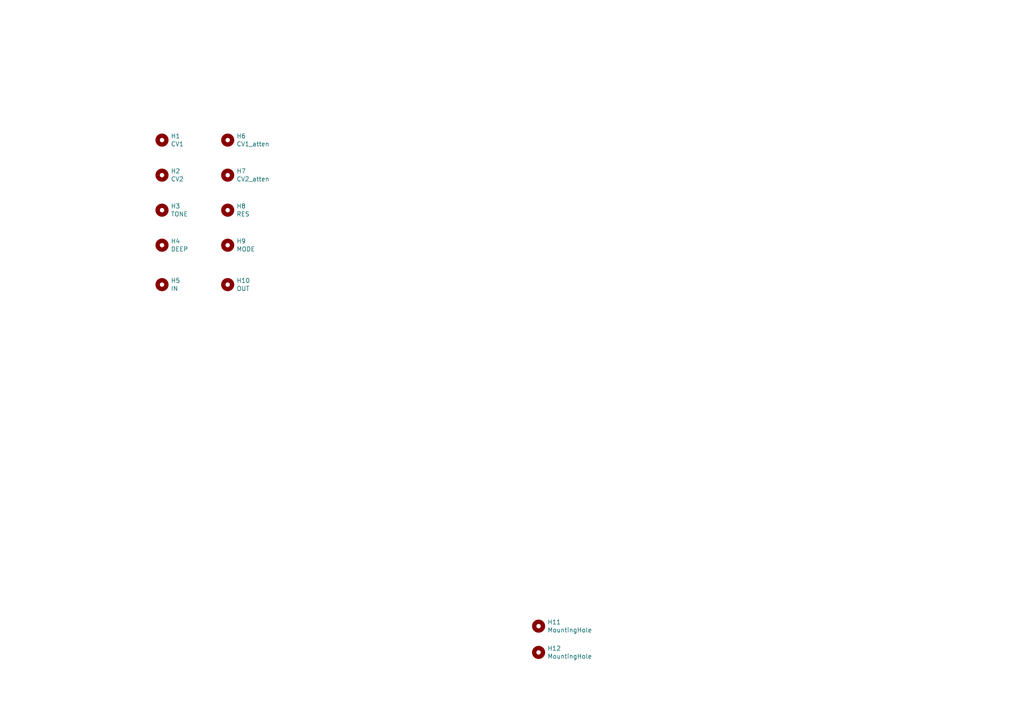
<source format=kicad_sch>
(kicad_sch (version 20230121) (generator eeschema)
  (paper "A4")
  (title_block (title "tiefpass") (date "2021-08-15") (rev "R01") (comment 1 "schema for panel") (comment 2 "LPG design by Don Buchla") (comment 4 "License CC BY 4.0 - Attribution 4.0 International"))
  (lib_symbols
    (symbol "Mechanical:MountingHole" (pin_names (offset 1.016))
      (property "Reference" "H" (at 0 5.08 0))
      (property "Value" "MountingHole" (at 0 3.175 0))
      (symbol "MountingHole_0_1"
        (circle (center 0 0) (radius 1.27) (stroke (width 1.27)))
      )
    )
  )
  (symbol (lib_id "Mechanical:MountingHole") (at 66.04 40.64 0) (unit 1)
    (property "Reference" "H6" (at 68.58 39.4716 0) (effects (justify left)))
    (property "Value" "CV1_atten" (at 68.58 41.783 0) (effects (justify left)))
    (property "Footprint" "elektrophon:panel_potentiometer" (effects hide))
  )
  (symbol (lib_id "Mechanical:MountingHole") (at 46.99 40.64 0) (unit 1)
    (property "Reference" "H1" (at 49.53 39.4716 0) (effects (justify left)))
    (property "Value" "CV1" (at 49.53 41.783 0) (effects (justify left)))
    (property "Footprint" "elektrophon:panel_jack" (effects hide))
  )
  (symbol (lib_id "Mechanical:MountingHole") (at 66.04 82.55 0) (unit 1)
    (property "Reference" "H10" (at 68.58 81.3816 0) (effects (justify left)))
    (property "Value" "OUT" (at 68.58 83.693 0) (effects (justify left)))
    (property "Footprint" "elektrophon:panel_jack" (effects hide))
  )
  (symbol (lib_id "Mechanical:MountingHole") (at 66.04 50.8 0) (unit 1)
    (property "Reference" "H7" (at 68.58 49.6316 0) (effects (justify left)))
    (property "Value" "CV2_atten" (at 68.58 51.943 0) (effects (justify left)))
    (property "Footprint" "elektrophon:panel_potentiometer" (effects hide))
  )
  (symbol (lib_id "Mechanical:MountingHole") (at 46.99 50.8 0) (unit 1)
    (property "Reference" "H2" (at 49.53 49.6316 0) (effects (justify left)))
    (property "Value" "CV2" (at 49.53 51.943 0) (effects (justify left)))
    (property "Footprint" "elektrophon:panel_jack" (effects hide))
  )
  (symbol (lib_id "Mechanical:MountingHole") (at 156.21 181.61 0) (unit 1)
    (property "Reference" "H11" (at 158.75 180.4416 0) (effects (justify left)))
    (property "Value" "MountingHole" (at 158.75 182.753 0) (effects (justify left)))
    (property "Footprint" "elektrophon:MountingHole_Panel_3.2mm_M3" (effects hide))
  )
  (symbol (lib_id "Mechanical:MountingHole") (at 156.21 189.23 0) (unit 1)
    (property "Reference" "H12" (at 158.75 188.0616 0) (effects (justify left)))
    (property "Value" "MountingHole" (at 158.75 190.373 0) (effects (justify left)))
    (property "Footprint" "elektrophon:MountingHole_Panel_3.2mm_M3" (effects hide))
  )
  (symbol (lib_id "Mechanical:MountingHole") (at 46.99 60.96 0) (unit 1)
    (property "Reference" "H3" (at 49.53 59.7916 0) (effects (justify left)))
    (property "Value" "TONE" (at 49.53 62.103 0) (effects (justify left)))
    (property "Footprint" "elektrophon:panel_potentiometer" (effects hide))
  )
  (symbol (lib_id "Mechanical:MountingHole") (at 66.04 60.96 0) (unit 1)
    (property "Reference" "H8" (at 68.58 59.7916 0) (effects (justify left)))
    (property "Value" "RES" (at 68.58 62.103 0) (effects (justify left)))
    (property "Footprint" "elektrophon:panel_potentiometer" (effects hide))
  )
  (symbol (lib_id "Mechanical:MountingHole") (at 46.99 82.55 0) (unit 1)
    (property "Reference" "H5" (at 49.53 81.3816 0) (effects (justify left)))
    (property "Value" "IN" (at 49.53 83.693 0) (effects (justify left)))
    (property "Footprint" "elektrophon:panel_jack" (effects hide))
  )
  (symbol (lib_id "Mechanical:MountingHole") (at 46.99 71.12 0) (unit 1)
    (property "Reference" "H4" (at 49.53 69.9516 0) (effects (justify left)))
    (property "Value" "DEEP" (at 49.53 72.263 0) (effects (justify left)))
    (property "Footprint" "elektrophon:panel_switch" (effects hide))
  )
  (symbol (lib_id "Mechanical:MountingHole") (at 66.04 71.12 0) (unit 1)
    (property "Reference" "H9" (at 68.58 69.9516 0) (effects (justify left)))
    (property "Value" "MODE" (at 68.58 72.263 0) (effects (justify left)))
    (property "Footprint" "elektrophon:panel_switch" (effects hide))
  )
)
</source>
